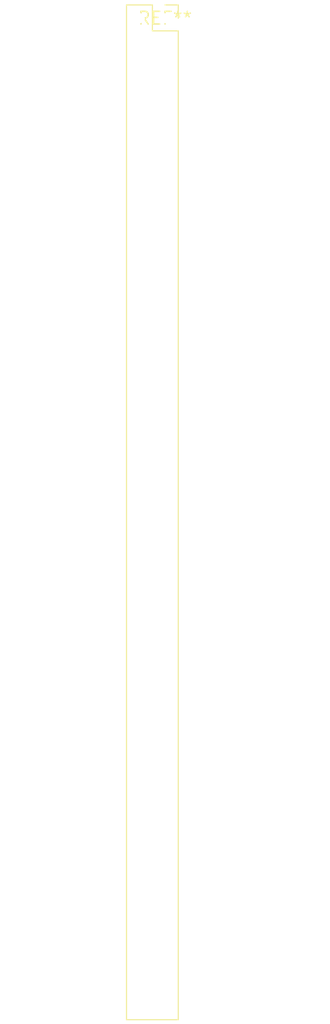
<source format=kicad_pcb>
(kicad_pcb (version 20240108) (generator pcbnew)
  (layers (0 "F.Cu" signal) (31 "B.Cu" signal) (34 "B.Paste" user) (35 "F.Paste" user) (36 "B.SilkS" user "B.Silkscreen") (37 "F.SilkS" user "F.Silkscreen") (38 "B.Mask" user) (39 "F.Mask" user) (44 "Edge.Cuts" user))
  (net 0 "")
  (footprint "PinSocket_2x40_P2.54mm_Vertical" (layer "F.Cu") (at 0 0)
    (property "Reference" "REF**")
    (property "Value" "PinSocket_2x40_P2.54mm_Vertical")
    (fp_line (start -3.87 -1.33) (end -3.87 100.39) (layer "F.SilkS") (stroke (width 0.12)))
    (fp_line (start -3.87 -1.33) (end -1.27 -1.33) (layer "F.SilkS") (stroke (width 0.12)))
    (fp_line (start -3.87 100.39) (end 1.33 100.39) (layer "F.SilkS") (stroke (width 0.12)))
    (fp_line (start -1.27 -1.33) (end -1.27 1.27) (layer "F.SilkS") (stroke (width 0.12)))
    (fp_line (start -1.27 1.27) (end 1.33 1.27) (layer "F.SilkS") (stroke (width 0.12)))
    (fp_line (start 0 -1.33) (end 1.33 -1.33) (layer "F.SilkS") (stroke (width 0.12)))
    (fp_line (start 1.33 -1.33) (end 1.33 0) (layer "F.SilkS") (stroke (width 0.12)))
    (fp_line (start 1.33 1.27) (end 1.33 100.39) (layer "F.SilkS") (stroke (width 0.12)))
    (pad "1" thru_hole rect (at 0 0) (size 1.7 1.7) (drill 1) (layers *.Cu *.Mask) (remove_unused_layers))
    (pad "2" thru_hole oval (at -2.54 0) (size 1.7 1.7) (drill 1) (layers *.Cu *.Mask) (remove_unused_layers))
    (pad "3" thru_hole oval (at 0 2.54) (size 1.7 1.7) (drill 1) (layers *.Cu *.Mask) (remove_unused_layers))
    (pad "4" thru_hole oval (at -2.54 2.54) (size 1.7 1.7) (drill 1) (layers *.Cu *.Mask) (remove_unused_layers))
    (pad "5" thru_hole oval (at 0 5.08) (size 1.7 1.7) (drill 1) (layers *.Cu *.Mask) (remove_unused_layers))
    (pad "6" thru_hole oval (at -2.54 5.08) (size 1.7 1.7) (drill 1) (layers *.Cu *.Mask) (remove_unused_layers))
    (pad "7" thru_hole oval (at 0 7.62) (size 1.7 1.7) (drill 1) (layers *.Cu *.Mask) (remove_unused_layers))
    (pad "8" thru_hole oval (at -2.54 7.62) (size 1.7 1.7) (drill 1) (layers *.Cu *.Mask) (remove_unused_layers))
    (pad "9" thru_hole oval (at 0 10.16) (size 1.7 1.7) (drill 1) (layers *.Cu *.Mask) (remove_unused_layers))
    (pad "10" thru_hole oval (at -2.54 10.16) (size 1.7 1.7) (drill 1) (layers *.Cu *.Mask) (remove_unused_layers))
    (pad "11" thru_hole oval (at 0 12.7) (size 1.7 1.7) (drill 1) (layers *.Cu *.Mask) (remove_unused_layers))
    (pad "12" thru_hole oval (at -2.54 12.7) (size 1.7 1.7) (drill 1) (layers *.Cu *.Mask) (remove_unused_layers))
    (pad "13" thru_hole oval (at 0 15.24) (size 1.7 1.7) (drill 1) (layers *.Cu *.Mask) (remove_unused_layers))
    (pad "14" thru_hole oval (at -2.54 15.24) (size 1.7 1.7) (drill 1) (layers *.Cu *.Mask) (remove_unused_layers))
    (pad "15" thru_hole oval (at 0 17.78) (size 1.7 1.7) (drill 1) (layers *.Cu *.Mask) (remove_unused_layers))
    (pad "16" thru_hole oval (at -2.54 17.78) (size 1.7 1.7) (drill 1) (layers *.Cu *.Mask) (remove_unused_layers))
    (pad "17" thru_hole oval (at 0 20.32) (size 1.7 1.7) (drill 1) (layers *.Cu *.Mask) (remove_unused_layers))
    (pad "18" thru_hole oval (at -2.54 20.32) (size 1.7 1.7) (drill 1) (layers *.Cu *.Mask) (remove_unused_layers))
    (pad "19" thru_hole oval (at 0 22.86) (size 1.7 1.7) (drill 1) (layers *.Cu *.Mask) (remove_unused_layers))
    (pad "20" thru_hole oval (at -2.54 22.86) (size 1.7 1.7) (drill 1) (layers *.Cu *.Mask) (remove_unused_layers))
    (pad "21" thru_hole oval (at 0 25.4) (size 1.7 1.7) (drill 1) (layers *.Cu *.Mask) (remove_unused_layers))
    (pad "22" thru_hole oval (at -2.54 25.4) (size 1.7 1.7) (drill 1) (layers *.Cu *.Mask) (remove_unused_layers))
    (pad "23" thru_hole oval (at 0 27.94) (size 1.7 1.7) (drill 1) (layers *.Cu *.Mask) (remove_unused_layers))
    (pad "24" thru_hole oval (at -2.54 27.94) (size 1.7 1.7) (drill 1) (layers *.Cu *.Mask) (remove_unused_layers))
    (pad "25" thru_hole oval (at 0 30.48) (size 1.7 1.7) (drill 1) (layers *.Cu *.Mask) (remove_unused_layers))
    (pad "26" thru_hole oval (at -2.54 30.48) (size 1.7 1.7) (drill 1) (layers *.Cu *.Mask) (remove_unused_layers))
    (pad "27" thru_hole oval (at 0 33.02) (size 1.7 1.7) (drill 1) (layers *.Cu *.Mask) (remove_unused_layers))
    (pad "28" thru_hole oval (at -2.54 33.02) (size 1.7 1.7) (drill 1) (layers *.Cu *.Mask) (remove_unused_layers))
    (pad "29" thru_hole oval (at 0 35.56) (size 1.7 1.7) (drill 1) (layers *.Cu *.Mask) (remove_unused_layers))
    (pad "30" thru_hole oval (at -2.54 35.56) (size 1.7 1.7) (drill 1) (layers *.Cu *.Mask) (remove_unused_layers))
    (pad "31" thru_hole oval (at 0 38.1) (size 1.7 1.7) (drill 1) (layers *.Cu *.Mask) (remove_unused_layers))
    (pad "32" thru_hole oval (at -2.54 38.1) (size 1.7 1.7) (drill 1) (layers *.Cu *.Mask) (remove_unused_layers))
    (pad "33" thru_hole oval (at 0 40.64) (size 1.7 1.7) (drill 1) (layers *.Cu *.Mask) (remove_unused_layers))
    (pad "34" thru_hole oval (at -2.54 40.64) (size 1.7 1.7) (drill 1) (layers *.Cu *.Mask) (remove_unused_layers))
    (pad "35" thru_hole oval (at 0 43.18) (size 1.7 1.7) (drill 1) (layers *.Cu *.Mask) (remove_unused_layers))
    (pad "36" thru_hole oval (at -2.54 43.18) (size 1.7 1.7) (drill 1) (layers *.Cu *.Mask) (remove_unused_layers))
    (pad "37" thru_hole oval (at 0 45.72) (size 1.7 1.7) (drill 1) (layers *.Cu *.Mask) (remove_unused_layers))
    (pad "38" thru_hole oval (at -2.54 45.72) (size 1.7 1.7) (drill 1) (layers *.Cu *.Mask) (remove_unused_layers))
    (pad "39" thru_hole oval (at 0 48.26) (size 1.7 1.7) (drill 1) (layers *.Cu *.Mask) (remove_unused_layers))
    (pad "40" thru_hole oval (at -2.54 48.26) (size 1.7 1.7) (drill 1) (layers *.Cu *.Mask) (remove_unused_layers))
    (pad "41" thru_hole oval (at 0 50.8) (size 1.7 1.7) (drill 1) (layers *.Cu *.Mask) (remove_unused_layers))
    (pad "42" thru_hole oval (at -2.54 50.8) (size 1.7 1.7) (drill 1) (layers *.Cu *.Mask) (remove_unused_layers))
    (pad "43" thru_hole oval (at 0 53.34) (size 1.7 1.7) (drill 1) (layers *.Cu *.Mask) (remove_unused_layers))
    (pad "44" thru_hole oval (at -2.54 53.34) (size 1.7 1.7) (drill 1) (layers *.Cu *.Mask) (remove_unused_layers))
    (pad "45" thru_hole oval (at 0 55.88) (size 1.7 1.7) (drill 1) (layers *.Cu *.Mask) (remove_unused_layers))
    (pad "46" thru_hole oval (at -2.54 55.88) (size 1.7 1.7) (drill 1) (layers *.Cu *.Mask) (remove_unused_layers))
    (pad "47" thru_hole oval (at 0 58.42) (size 1.7 1.7) (drill 1) (layers *.Cu *.Mask) (remove_unused_layers))
    (pad "48" thru_hole oval (at -2.54 58.42) (size 1.7 1.7) (drill 1) (layers *.Cu *.Mask) (remove_unused_layers))
    (pad "49" thru_hole oval (at 0 60.96) (size 1.7 1.7) (drill 1) (layers *.Cu *.Mask) (remove_unused_layers))
    (pad "50" thru_hole oval (at -2.54 60.96) (size 1.7 1.7) (drill 1) (layers *.Cu *.Mask) (remove_unused_layers))
    (pad "51" thru_hole oval (at 0 63.5) (size 1.7 1.7) (drill 1) (layers *.Cu *.Mask) (remove_unused_layers))
    (pad "52" thru_hole oval (at -2.54 63.5) (size 1.7 1.7) (drill 1) (layers *.Cu *.Mask) (remove_unused_layers))
    (pad "53" thru_hole oval (at 0 66.04) (size 1.7 1.7) (drill 1) (layers *.Cu *.Mask) (remove_unused_layers))
    (pad "54" thru_hole oval (at -2.54 66.04) (size 1.7 1.7) (drill 1) (layers *.Cu *.Mask) (remove_unused_layers))
    (pad "55" thru_hole oval (at 0 68.58) (size 1.7 1.7) (drill 1) (layers *.Cu *.Mask) (remove_unused_layers))
    (pad "56" thru_hole oval (at -2.54 68.58) (size 1.7 1.7) (drill 1) (layers *.Cu *.Mask) (remove_unused_layers))
    (pad "57" thru_hole oval (at 0 71.12) (size 1.7 1.7) (drill 1) (layers *.Cu *.Mask) (remove_unused_layers))
    (pad "58" thru_hole oval (at -2.54 71.12) (size 1.7 1.7) (drill 1) (layers *.Cu *.Mask) (remove_unused_layers))
    (pad "59" thru_hole oval (at 0 73.66) (size 1.7 1.7) (drill 1) (layers *.Cu *.Mask) (remove_unused_layers))
    (pad "60" thru_hole oval (at -2.54 73.66) (size 1.7 1.7) (drill 1) (layers *.Cu *.Mask) (remove_unused_layers))
    (pad "61" thru_hole oval (at 0 76.2) (size 1.7 1.7) (drill 1) (layers *.Cu *.Mask) (remove_unused_layers))
    (pad "62" thru_hole oval (at -2.54 76.2) (size 1.7 1.7) (drill 1) (layers *.Cu *.Mask) (remove_unused_layers))
    (pad "63" thru_hole oval (at 0 78.74) (size 1.7 1.7) (drill 1) (layers *.Cu *.Mask) (remove_unused_layers))
    (pad "64" thru_hole oval (at -2.54 78.74) (size 1.7 1.7) (drill 1) (layers *.Cu *.Mask) (remove_unused_layers))
    (pad "65" thru_hole oval (at 0 81.28) (size 1.7 1.7) (drill 1) (layers *.Cu *.Mask) (remove_unused_layers))
    (pad "66" thru_hole oval (at -2.54 81.28) (size 1.7 1.7) (drill 1) (layers *.Cu *.Mask) (remove_unused_layers))
    (pad "67" thru_hole oval (at 0 83.82) (size 1.7 1.7) (drill 1) (layers *.Cu *.Mask) (remove_unused_layers))
    (pad "68" thru_hole oval (at -2.54 83.82) (size 1.7 1.7) (drill 1) (layers *.Cu *.Mask) (remove_unused_layers))
    (pad "69" thru_hole oval (at 0 86.36) (size 1.7 1.7) (drill 1) (layers *.Cu *.Mask) (remove_unused_layers))
    (pad "70" thru_hole oval (at -2.54 86.36) (size 1.7 1.7) (drill 1) (layers *.Cu *.Mask) (remove_unused_layers))
    (pad "71" thru_hole oval (at 0 88.9) (size 1.7 1.7) (drill 1) (layers *.Cu *.Mask) (remove_unused_layers))
    (pad "72" thru_hole oval (at -2.54 88.9) (size 1.7 1.7) (drill 1) (layers *.Cu *.Mask) (remove_unused_layers))
    (pad "73" thru_hole oval (at 0 91.44) (size 1.7 1.7) (drill 1) (layers *.Cu *.Mask) (remove_unused_layers))
    (pad "74" thru_hole oval (at -2.54 91.44) (size 1.7 1.7) (drill 1) (layers *.Cu *.Mask) (remove_unused_layers))
    (pad "75" thru_hole oval (at 0 93.98) (size 1.7 1.7) (drill 1) (layers *.Cu *.Mask) (remove_unused_layers))
    (pad "76" thru_hole oval (at -2.54 93.98) (size 1.7 1.7) (drill 1) (layers *.Cu *.Mask) (remove_unused_layers))
    (pad "77" thru_hole oval (at 0 96.52) (size 1.7 1.7) (drill 1) (layers *.Cu *.Mask) (remove_unused_layers))
    (pad "78" thru_hole oval (at -2.54 96.52) (size 1.7 1.7) (drill 1) (layers *.Cu *.Mask) (remove_unused_layers))
    (pad "79" thru_hole oval (at 0 99.06) (size 1.7 1.7) (drill 1) (layers *.Cu *.Mask) (remove_unused_layers))
    (pad "80" thru_hole oval (at -2.54 99.06) (size 1.7 1.7) (drill 1) (layers *.Cu *.Mask) (remove_unused_layers))
  )
)
</source>
